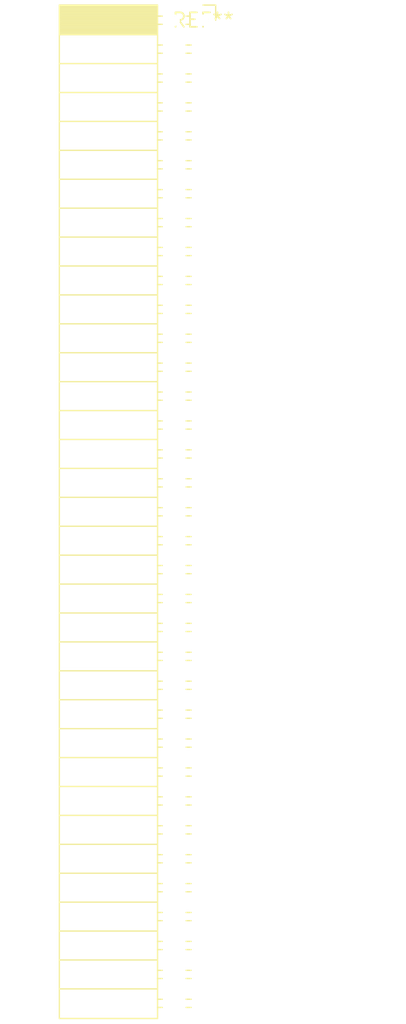
<source format=kicad_pcb>
(kicad_pcb (version 20240108) (generator pcbnew)
  (layers (0 "F.Cu" signal) (31 "B.Cu" signal) (34 "B.Paste" user) (35 "F.Paste" user) (36 "B.SilkS" user "B.Silkscreen") (37 "F.SilkS" user "F.Silkscreen") (38 "B.Mask" user) (39 "F.Mask" user) (44 "Edge.Cuts" user))
  (net 0 "")
  (footprint "PinSocket_2x35_P2.54mm_Horizontal" (layer "F.Cu") (at 0 0)
    (property "Reference" "REF**")
    (property "Value" "PinSocket_2x35_P2.54mm_Horizontal")
    (fp_line (start -12.63 -1.33) (end -12.63 87.69) (layer "F.SilkS") (stroke (width 0.12)))
    (fp_line (start -12.63 -1.33) (end -4 -1.33) (layer "F.SilkS") (stroke (width 0.12)))
    (fp_line (start -12.63 -1.21) (end -4 -1.21) (layer "F.SilkS") (stroke (width 0.12)))
    (fp_line (start -12.63 -1.091905) (end -4 -1.091905) (layer "F.SilkS") (stroke (width 0.12)))
    (fp_line (start -12.63 -0.97381) (end -4 -0.97381) (layer "F.SilkS") (stroke (width 0.12)))
    (fp_line (start -12.63 -0.855715) (end -4 -0.855715) (layer "F.SilkS") (stroke (width 0.12)))
    (fp_line (start -12.63 -0.73762) (end -4 -0.73762) (layer "F.SilkS") (stroke (width 0.12)))
    (fp_line (start -12.63 -0.619525) (end -4 -0.619525) (layer "F.SilkS") (stroke (width 0.12)))
    (fp_line (start -12.63 -0.50143) (end -4 -0.50143) (layer "F.SilkS") (stroke (width 0.12)))
    (fp_line (start -12.63 -0.383335) (end -4 -0.383335) (layer "F.SilkS") (stroke (width 0.12)))
    (fp_line (start -12.63 -0.26524) (end -4 -0.26524) (layer "F.SilkS") (stroke (width 0.12)))
    (fp_line (start -12.63 -0.147145) (end -4 -0.147145) (layer "F.SilkS") (stroke (width 0.12)))
    (fp_line (start -12.63 -0.02905) (end -4 -0.02905) (layer "F.SilkS") (stroke (width 0.12)))
    (fp_line (start -12.63 0.089045) (end -4 0.089045) (layer "F.SilkS") (stroke (width 0.12)))
    (fp_line (start -12.63 0.20714) (end -4 0.20714) (layer "F.SilkS") (stroke (width 0.12)))
    (fp_line (start -12.63 0.325235) (end -4 0.325235) (layer "F.SilkS") (stroke (width 0.12)))
    (fp_line (start -12.63 0.44333) (end -4 0.44333) (layer "F.SilkS") (stroke (width 0.12)))
    (fp_line (start -12.63 0.561425) (end -4 0.561425) (layer "F.SilkS") (stroke (width 0.12)))
    (fp_line (start -12.63 0.67952) (end -4 0.67952) (layer "F.SilkS") (stroke (width 0.12)))
    (fp_line (start -12.63 0.797615) (end -4 0.797615) (layer "F.SilkS") (stroke (width 0.12)))
    (fp_line (start -12.63 0.91571) (end -4 0.91571) (layer "F.SilkS") (stroke (width 0.12)))
    (fp_line (start -12.63 1.033805) (end -4 1.033805) (layer "F.SilkS") (stroke (width 0.12)))
    (fp_line (start -12.63 1.1519) (end -4 1.1519) (layer "F.SilkS") (stroke (width 0.12)))
    (fp_line (start -12.63 1.27) (end -4 1.27) (layer "F.SilkS") (stroke (width 0.12)))
    (fp_line (start -12.63 3.81) (end -4 3.81) (layer "F.SilkS") (stroke (width 0.12)))
    (fp_line (start -12.63 6.35) (end -4 6.35) (layer "F.SilkS") (stroke (width 0.12)))
    (fp_line (start -12.63 8.89) (end -4 8.89) (layer "F.SilkS") (stroke (width 0.12)))
    (fp_line (start -12.63 11.43) (end -4 11.43) (layer "F.SilkS") (stroke (width 0.12)))
    (fp_line (start -12.63 13.97) (end -4 13.97) (layer "F.SilkS") (stroke (width 0.12)))
    (fp_line (start -12.63 16.51) (end -4 16.51) (layer "F.SilkS") (stroke (width 0.12)))
    (fp_line (start -12.63 19.05) (end -4 19.05) (layer "F.SilkS") (stroke (width 0.12)))
    (fp_line (start -12.63 21.59) (end -4 21.59) (layer "F.SilkS") (stroke (width 0.12)))
    (fp_line (start -12.63 24.13) (end -4 24.13) (layer "F.SilkS") (stroke (width 0.12)))
    (fp_line (start -12.63 26.67) (end -4 26.67) (layer "F.SilkS") (stroke (width 0.12)))
    (fp_line (start -12.63 29.21) (end -4 29.21) (layer "F.SilkS") (stroke (width 0.12)))
    (fp_line (start -12.63 31.75) (end -4 31.75) (layer "F.SilkS") (stroke (width 0.12)))
    (fp_line (start -12.63 34.29) (end -4 34.29) (layer "F.SilkS") (stroke (width 0.12)))
    (fp_line (start -12.63 36.83) (end -4 36.83) (layer "F.SilkS") (stroke (width 0.12)))
    (fp_line (start -12.63 39.37) (end -4 39.37) (layer "F.SilkS") (stroke (width 0.12)))
    (fp_line (start -12.63 41.91) (end -4 41.91) (layer "F.SilkS") (stroke (width 0.12)))
    (fp_line (start -12.63 44.45) (end -4 44.45) (layer "F.SilkS") (stroke (width 0.12)))
    (fp_line (start -12.63 46.99) (end -4 46.99) (layer "F.SilkS") (stroke (width 0.12)))
    (fp_line (start -12.63 49.53) (end -4 49.53) (layer "F.SilkS") (stroke (width 0.12)))
    (fp_line (start -12.63 52.07) (end -4 52.07) (layer "F.SilkS") (stroke (width 0.12)))
    (fp_line (start -12.63 54.61) (end -4 54.61) (layer "F.SilkS") (stroke (width 0.12)))
    (fp_line (start -12.63 57.15) (end -4 57.15) (layer "F.SilkS") (stroke (width 0.12)))
    (fp_line (start -12.63 59.69) (end -4 59.69) (layer "F.SilkS") (stroke (width 0.12)))
    (fp_line (start -12.63 62.23) (end -4 62.23) (layer "F.SilkS") (stroke (width 0.12)))
    (fp_line (start -12.63 64.77) (end -4 64.77) (layer "F.SilkS") (stroke (width 0.12)))
    (fp_line (start -12.63 67.31) (end -4 67.31) (layer "F.SilkS") (stroke (width 0.12)))
    (fp_line (start -12.63 69.85) (end -4 69.85) (layer "F.SilkS") (stroke (width 0.12)))
    (fp_line (start -12.63 72.39) (end -4 72.39) (layer "F.SilkS") (stroke (width 0.12)))
    (fp_line (start -12.63 74.93) (end -4 74.93) (layer "F.SilkS") (stroke (width 0.12)))
    (fp_line (start -12.63 77.47) (end -4 77.47) (layer "F.SilkS") (stroke (width 0.12)))
    (fp_line (start -12.63 80.01) (end -4 80.01) (layer "F.SilkS") (stroke (width 0.12)))
    (fp_line (start -12.63 82.55) (end -4 82.55) (layer "F.SilkS") (stroke (width 0.12)))
    (fp_line (start -12.63 85.09) (end -4 85.09) (layer "F.SilkS") (stroke (width 0.12)))
    (fp_line (start -12.63 87.69) (end -4 87.69) (layer "F.SilkS") (stroke (width 0.12)))
    (fp_line (start -4 -1.33) (end -4 87.69) (layer "F.SilkS") (stroke (width 0.12)))
    (fp_line (start -4 -0.36) (end -3.59 -0.36) (layer "F.SilkS") (stroke (width 0.12)))
    (fp_line (start -4 0.36) (end -3.59 0.36) (layer "F.SilkS") (stroke (width 0.12)))
    (fp_line (start -4 2.18) (end -3.59 2.18) (layer "F.SilkS") (stroke (width 0.12)))
    (fp_line (start -4 2.9) (end -3.59 2.9) (layer "F.SilkS") (stroke (width 0.12)))
    (fp_line (start -4 4.72) (end -3.59 4.72) (layer "F.SilkS") (stroke (width 0.12)))
    (fp_line (start -4 5.44) (end -3.59 5.44) (layer "F.SilkS") (stroke (width 0.12)))
    (fp_line (start -4 7.26) (end -3.59 7.26) (layer "F.SilkS") (stroke (width 0.12)))
    (fp_line (start -4 7.98) (end -3.59 7.98) (layer "F.SilkS") (stroke (width 0.12)))
    (fp_line (start -4 9.8) (end -3.59 9.8) (layer "F.SilkS") (stroke (width 0.12)))
    (fp_line (start -4 10.52) (end -3.59 10.52) (layer "F.SilkS") (stroke (width 0.12)))
    (fp_line (start -4 12.34) (end -3.59 12.34) (layer "F.SilkS") (stroke (width 0.12)))
    (fp_line (start -4 13.06) (end -3.59 13.06) (layer "F.SilkS") (stroke (width 0.12)))
    (fp_line (start -4 14.88) (end -3.59 14.88) (layer "F.SilkS") (stroke (width 0.12)))
    (fp_line (start -4 15.6) (end -3.59 15.6) (layer "F.SilkS") (stroke (width 0.12)))
    (fp_line (start -4 17.42) (end -3.59 17.42) (layer "F.SilkS") (stroke (width 0.12)))
    (fp_line (start -4 18.14) (end -3.59 18.14) (layer "F.SilkS") (stroke (width 0.12)))
    (fp_line (start -4 19.96) (end -3.59 19.96) (layer "F.SilkS") (stroke (width 0.12)))
    (fp_line (start -4 20.68) (end -3.59 20.68) (layer "F.SilkS") (stroke (width 0.12)))
    (fp_line (start -4 22.5) (end -3.59 22.5) (layer "F.SilkS") (stroke (width 0.12)))
    (fp_line (start -4 23.22) (end -3.59 23.22) (layer "F.SilkS") (stroke (width 0.12)))
    (fp_line (start -4 25.04) (end -3.59 25.04) (layer "F.SilkS") (stroke (width 0.12)))
    (fp_line (start -4 25.76) (end -3.59 25.76) (layer "F.SilkS") (stroke (width 0.12)))
    (fp_line (start -4 27.58) (end -3.59 27.58) (layer "F.SilkS") (stroke (width 0.12)))
    (fp_line (start -4 28.3) (end -3.59 28.3) (layer "F.SilkS") (stroke (width 0.12)))
    (fp_line (start -4 30.12) (end -3.59 30.12) (layer "F.SilkS") (stroke (width 0.12)))
    (fp_line (start -4 30.84) (end -3.59 30.84) (layer "F.SilkS") (stroke (width 0.12)))
    (fp_line (start -4 32.66) (end -3.59 32.66) (layer "F.SilkS") (stroke (width 0.12)))
    (fp_line (start -4 33.38) (end -3.59 33.38) (layer "F.SilkS") (stroke (width 0.12)))
    (fp_line (start -4 35.2) (end -3.59 35.2) (layer "F.SilkS") (stroke (width 0.12)))
    (fp_line (start -4 35.92) (end -3.59 35.92) (layer "F.SilkS") (stroke (width 0.12)))
    (fp_line (start -4 37.74) (end -3.59 37.74) (layer "F.SilkS") (stroke (width 0.12)))
    (fp_line (start -4 38.46) (end -3.59 38.46) (layer "F.SilkS") (stroke (width 0.12)))
    (fp_line (start -4 40.28) (end -3.59 40.28) (layer "F.SilkS") (stroke (width 0.12)))
    (fp_line (start -4 41) (end -3.59 41) (layer "F.SilkS") (stroke (width 0.12)))
    (fp_line (start -4 42.82) (end -3.59 42.82) (layer "F.SilkS") (stroke (width 0.12)))
    (fp_line (start -4 43.54) (end -3.59 43.54) (layer "F.SilkS") (stroke (width 0.12)))
    (fp_line (start -4 45.36) (end -3.59 45.36) (layer "F.SilkS") (stroke (width 0.12)))
    (fp_line (start -4 46.08) (end -3.59 46.08) (layer "F.SilkS") (stroke (width 0.12)))
    (fp_line (start -4 47.9) (end -3.59 47.9) (layer "F.SilkS") (stroke (width 0.12)))
    (fp_line (start -4 48.62) (end -3.59 48.62) (layer "F.SilkS") (stroke (width 0.12)))
    (fp_line (start -4 50.44) (end -3.59 50.44) (layer "F.SilkS") (stroke (width 0.12)))
    (fp_line (start -4 51.16) (end -3.59 51.16) (layer "F.SilkS") (stroke (width 0.12)))
    (fp_line (start -4 52.98) (end -3.59 52.98) (layer "F.SilkS") (stroke (width 0.12)))
    (fp_line (start -4 53.7) (end -3.59 53.7) (layer "F.SilkS") (stroke (width 0.12)))
    (fp_line (start -4 55.52) (end -3.59 55.52) (layer "F.SilkS") (stroke (width 0.12)))
    (fp_line (start -4 56.24) (end -3.59 56.24) (layer "F.SilkS") (stroke (width 0.12)))
    (fp_line (start -4 58.06) (end -3.59 58.06) (layer "F.SilkS") (stroke (width 0.12)))
    (fp_line (start -4 58.78) (end -3.59 58.78) (layer "F.SilkS") (stroke (width 0.12)))
    (fp_line (start -4 60.6) (end -3.59 60.6) (layer "F.SilkS") (stroke (width 0.12)))
    (fp_line (start -4 61.32) (end -3.59 61.32) (layer "F.SilkS") (stroke (width 0.12)))
    (fp_line (start -4 63.14) (end -3.59 63.14) (layer "F.SilkS") (stroke (width 0.12)))
    (fp_line (start -4 63.86) (end -3.59 63.86) (layer "F.SilkS") (stroke (width 0.12)))
    (fp_line (start -4 65.68) (end -3.59 65.68) (layer "F.SilkS") (stroke (width 0.12)))
    (fp_line (start -4 66.4) (end -3.59 66.4) (layer "F.SilkS") (stroke (width 0.12)))
    (fp_line (start -4 68.22) (end -3.59 68.22) (layer "F.SilkS") (stroke (width 0.12)))
    (fp_line (start -4 68.94) (end -3.59 68.94) (layer "F.SilkS") (stroke (width 0.12)))
    (fp_line (start -4 70.76) (end -3.59 70.76) (layer "F.SilkS") (stroke (width 0.12)))
    (fp_line (start -4 71.48) (end -3.59 71.48) (layer "F.SilkS") (stroke (width 0.12)))
    (fp_line (start -4 73.3) (end -3.59 73.3) (layer "F.SilkS") (stroke (width 0.12)))
    (fp_line (start -4 74.02) (end -3.59 74.02) (layer "F.SilkS") (stroke (width 0.12)))
    (fp_line (start -4 75.84) (end -3.59 75.84) (layer "F.SilkS") (stroke (width 0.12)))
    (fp_line (start -4 76.56) (end -3.59 76.56) (layer "F.SilkS") (stroke (width 0.12)))
    (fp_line (start -4 78.38) (end -3.59 78.38) (layer "F.SilkS") (stroke (width 0.12)))
    (fp_line (start -4 79.1) (end -3.59 79.1) (layer "F.SilkS") (stroke (width 0.12)))
    (fp_line (start -4 80.92) (end -3.59 80.92) (layer "F.SilkS") (stroke (width 0.12)))
    (fp_line (start -4 81.64) (end -3.59 81.64) (layer "F.SilkS") (stroke (width 0.12)))
    (fp_line (start -4 83.46) (end -3.59 83.46) (layer "F.SilkS") (stroke (width 0.12)))
    (fp_line (start -4 84.18) (end -3.59 84.18) (layer "F.SilkS") (stroke (width 0.12)))
    (fp_line (start -4 86) (end -3.59 86) (layer "F.SilkS") (stroke (width 0.12)))
    (fp_line (start -4 86.72) (end -3.59 86.72) (layer "F.SilkS") (stroke (width 0.12)))
    (fp_line (start -1.49 -0.36) (end -1.11 -0.36) (layer "F.SilkS") (stroke (width 0.12)))
    (fp_line (start -1.49 0.36) (end -1.11 0.36) (layer "F.SilkS") (stroke (width 0.12)))
    (fp_line (start -1.49 2.18) (end -1.05 2.18) (layer "F.SilkS") (stroke (width 0.12)))
    (fp_line (start -1.49 2.9) (end -1.05 2.9) (layer "F.SilkS") (stroke (width 0.12)))
    (fp_line (start -1.49 4.72) (end -1.05 4.72) (layer "F.SilkS") (stroke (width 0.12)))
    (fp_line (start -1.49 5.44) (end -1.05 5.44) (layer "F.SilkS") (stroke (width 0.12)))
    (fp_line (start -1.49 7.26) (end -1.05 7.26) (layer "F.SilkS") (stroke (width 0.12)))
    (fp_line (start -1.49 7.98) (end -1.05 7.98) (layer "F.SilkS") (stroke (width 0.12)))
    (fp_line (start -1.49 9.8) (end -1.05 9.8) (layer "F.SilkS") (stroke (width 0.12)))
    (fp_line (start -1.49 10.52) (end -1.05 10.52) (layer "F.SilkS") (stroke (width 0.12)))
    (fp_line (start -1.49 12.34) (end -1.05 12.34) (layer "F.SilkS") (stroke (width 0.12)))
    (fp_line (start -1.49 13.06) (end -1.05 13.06) (layer "F.SilkS") (stroke (width 0.12)))
    (fp_line (start -1.49 14.88) (end -1.05 14.88) (layer "F.SilkS") (stroke (width 0.12)))
    (fp_line (start -1.49 15.6) (end -1.05 15.6) (layer "F.SilkS") (stroke (width 0.12)))
    (fp_line (start -1.49 17.42) (end -1.05 17.42) (layer "F.SilkS") (stroke (width 0.12)))
    (fp_line (start -1.49 18.14) (end -1.05 18.14) (layer "F.SilkS") (stroke (width 0.12)))
    (fp_line (start -1.49 19.96) (end -1.05 19.96) (layer "F.SilkS") (stroke (width 0.12)))
    (fp_line (start -1.49 20.68) (end -1.05 20.68) (layer "F.SilkS") (stroke (width 0.12)))
    (fp_line (start -1.49 22.5) (end -1.05 22.5) (layer "F.SilkS") (stroke (width 0.12)))
    (fp_line (start -1.49 23.22) (end -1.05 23.22) (layer "F.SilkS") (stroke (width 0.12)))
    (fp_line (start -1.49 25.04) (end -1.05 25.04) (layer "F.SilkS") (stroke (width 0.12)))
    (fp_line (start -1.49 25.76) (end -1.05 25.76) (layer "F.SilkS") (stroke (width 0.12)))
    (fp_line (start -1.49 27.58) (end -1.05 27.58) (layer "F.SilkS") (stroke (width 0.12)))
    (fp_line (start -1.49 28.3) (end -1.05 28.3) (layer "F.SilkS") (stroke (width 0.12)))
    (fp_line (start -1.49 30.12) (end -1.05 30.12) (layer "F.SilkS") (stroke (width 0.12)))
    (fp_line (start -1.49 30.84) (end -1.05 30.84) (layer "F.SilkS") (stroke (width 0.12)))
    (fp_line (start -1.49 32.66) (end -1.05 32.66) (layer "F.SilkS") (stroke (width 0.12)))
    (fp_line (start -1.49 33.38) (end -1.05 33.38) (layer "F.SilkS") (stroke (width 0.12)))
    (fp_line (start -1.49 35.2) (end -1.05 35.2) (layer "F.SilkS") (stroke (width 0.12)))
    (fp_line (start -1.49 35.92) (end -1.05 35.92) (layer "F.SilkS") (stroke (width 0.12)))
    (fp_line (start -1.49 37.74) (end -1.05 37.74) (layer "F.SilkS") (stroke (width 0.12)))
    (fp_line (start -1.49 38.46) (end -1.05 38.46) (layer "F.SilkS") (stroke (width 0.12)))
    (fp_line (start -1.49 40.28) (end -1.05 40.28) (layer "F.SilkS") (stroke (width 0.12)))
    (fp_line (start -1.49 41) (end -1.05 41) (layer "F.SilkS") (stroke (width 0.12)))
    (fp_line (start -1.49 42.82) (end -1.05 42.82) (layer "F.SilkS") (stroke (width 0.12)))
    (fp_line (start -1.49 43.54) (end -1.05 43.54) (layer "F.SilkS") (stroke (width 0.12)))
    (fp_line (start -1.49 45.36) (end -1.05 45.36) (layer "F.SilkS") (stroke (width 0.12)))
    (fp_line (start -1.49 46.08) (end -1.05 46.08) (layer "F.SilkS") (stroke (width 0.12)))
    (fp_line (start -1.49 47.9) (end -1.05 47.9) (layer "F.SilkS") (stroke (width 0.12)))
    (fp_line (start -1.49 48.62) (end -1.05 48.62) (layer "F.SilkS") (stroke (width 0.12)))
    (fp_line (start -1.49 50.44) (end -1.05 50.44) (layer "F.SilkS") (stroke (width 0.12)))
    (fp_line (start -1.49 51.16) (end -1.05 51.16) (layer "F.SilkS") (stroke (width 0.12)))
    (fp_line (start -1.49 52.98) (end -1.05 52.98) (layer "F.SilkS") (stroke (width 0.12)))
    (fp_line (start -1.49 53.7) (end -1.05 53.7) (layer "F.SilkS") (stroke (width 0.12)))
    (fp_line (start -1.49 55.52) (end -1.05 55.52) (layer "F.SilkS") (stroke (width 0.12)))
    (fp_line (start -1.49 56.24) (end -1.05 56.24) (layer "F.SilkS") (stroke (width 0.12)))
    (fp_line (start -1.49 58.06) (end -1.05 58.06) (layer "F.SilkS") (stroke (width 0.12)))
    (fp_line (start -1.49 58.78) (end -1.05 58.78) (layer "F.SilkS") (stroke (width 0.12)))
    (fp_line (start -1.49 60.6) (end -1.05 60.6) (layer "F.SilkS") (stroke (width 0.12)))
    (fp_line (start -1.49 61.32) (end -1.05 61.32) (layer "F.SilkS") (stroke (width 0.12)))
    (fp_line (start -1.49 63.14) (end -1.05 63.14) (layer "F.SilkS") (stroke (width 0.12)))
    (fp_line (start -1.49 63.86) (end -1.05 63.86) (layer "F.SilkS") (stroke (width 0.12)))
    (fp_line (start -1.49 65.68) (end -1.05 65.68) (layer "F.SilkS") (stroke (width 0.12)))
    (fp_line (start -1.49 66.4) (end -1.05 66.4) (layer "F.SilkS") (stroke (width 0.12)))
    (fp_line (start -1.49 68.22) (end -1.05 68.22) (layer "F.SilkS") (stroke (width 0.12)))
    (fp_line (start -1.49 68.94) (end -1.05 68.94) (layer "F.SilkS") (stroke (width 0.12)))
    (fp_line (start -1.49 70.76) (end -1.05 70.76) (layer "F.SilkS") (stroke (width 0.12)))
    (fp_line (start -1.49 71.48) (end -1.05 71.48) (layer "F.SilkS") (stroke (width 0.12)))
    (fp_line (start -1.49 73.3) (end -1.05 73.3) (layer "F.SilkS") (stroke (width 0.12)))
    (fp_line (start -1.49 74.02) (end -1.05 74.02) (layer "F.SilkS") (stroke (width 0.12)))
    (fp_line (start -1.49 75.84) (end -1.05 75.84) (layer "F.SilkS") (stroke (width 0.12)))
    (fp_line (start -1.49 76.56) (end -1.05 76.56) (layer "F.SilkS") (stroke (width 0.12)))
    (fp_line (start -1.49 78.38) (end -1.05 78.38) (layer "F.SilkS") (stroke (width 0.12)))
    (fp_line (start -1.49 79.1) (end -1.05 79.1) (layer "F.SilkS") (stroke (width 0.12)))
    (fp_line (start -1.49 80.92) (end -1.05 80.92) (layer "F.SilkS") (stroke (width 0.12)))
    (fp_line (start -1.49 81.64) (end -1.05 81.64) (layer "F.SilkS") (stroke (width 0.12)))
    (fp_line (start -1.49 83.46) (end -1.05 83.46) (layer "F.SilkS") (stroke (width 0.12)))
    (fp_line (start -1.49 84.18) (end -1.05 84.18) (layer "F.SilkS") (stroke (width 0.12)))
    (fp_line (start -1.49 86) (end -1.05 86) (layer "F.SilkS") (stroke (width 0.12)))
    (fp_line (start -1.49 86.72) (end -1.05 86.72) (layer "F.SilkS") (stroke (width 0.12)))
    (fp_line (start 0 -1.33) (end 1.11 -1.33) (layer "F.SilkS") (stroke (width 0.12)))
    (fp_line (start 1.11 -1.33) (end 1.11 0) (layer "F.SilkS") (stroke (width 0.12)))
    (pad "1" thru_hole rect (at 0 0) (size 1.7 1.7) (drill 1) (layers *.Cu *.Mask) (remove_unused_layers))
    (pad "2" thru_hole oval (at -2.54 0) (size 1.7 1.7) (drill 1) (layers *.Cu *.Mask) (remove_unused_layers))
    (pad "3" thru_hole oval (at 0 2.54) (size 1.7 1.7) (drill 1) (layers *.Cu *.Mask) (remove_unused_layers))
    (pad "4" thru_hole oval (at -2.54 2.54) (size 1.7 1.7) (drill 1) (layers *.Cu *.Mask) (remove_unused_layers))
    (pad "5" thru_hole oval (at 0 5.08) (size 1.7 1.7) (drill 1) (layers *.Cu *.Mask) (remove_unused_layers))
    (pad "6" thru_hole oval (at -2.54 5.08) (size 1.7 1.7) (drill 1) (layers *.Cu *.Mask) (remove_unused_layers))
    (pad "7" thru_hole oval (at 0 7.62) (size 1.7 1.7) (drill 1) (layers *.Cu *.Mask) (remove_unused_layers))
    (pad "8" thru_hole oval (at -2.54 7.62) (size 1.7 1.7) (drill 1) (layers *.Cu *.Mask) (remove_unused_layers))
    (pad "9" thru_hole oval (at 0 10.16) (size 1.7 1.7) (drill 1) (layers *.Cu *.Mask) (remove_unused_layers))
    (pad "10" thru_hole oval (at -2.54 10.16) (size 1.7 1.7) (drill 1) (layers *.Cu *.Mask) (remove_unused_layers))
    (pad "11" thru_hole oval (at 0 12.7) (size 1.7 1.7) (drill 1) (layers *.Cu *.Mask) (remove_unused_layers))
    (pad "12" thru_hole oval (at -2.54 12.7) (size 1.7 1.7) (drill 1) (layers *.Cu *.Mask) (remove_unused_layers))
    (pad "13" thru_hole oval (at 0 15.24) (size 1.7 1.7) (drill 1) (layers *.Cu *.Mask) (remove_unused_layers))
    (pad "14" thru_hole oval (at -2.54 15.24) (size 1.7 1.7) (drill 1) (layers *.Cu *.Mask) (remove_unused_layers))
    (pad "15" thru_hole oval (at 0 17.78) (size 1.7 1.7) (drill 1) (layers *.Cu *.Mask) (remove_unused_layers))
    (pad "16" thru_hole oval (at -2.54 17.78) (size 1.7 1.7) (drill 1) (layers *.Cu *.Mask) (remove_unused_layers))
    (pad "17" thru_hole oval (at 0 20.32) (size 1.7 1.7) (drill 1) (layers *.Cu *.Mask) (remove_unused_layers))
    (pad "18" thru_hole oval (at -2.54 20.32) (size 1.7 1.7) (drill 1) (layers *.Cu *.Mask) (remove_unused_layers))
    (pad "19" thru_hole oval (at 0 22.86) (size 1.7 1.7) (drill 1) (layers *.Cu *.Mask) (remove_unused_layers))
    (pad "20" thru_hole oval (at -2.54 22.86) (size 1.7 1.7) (drill 1) (layers *.Cu *.Mask) (remove_unused_layers))
    (pad "21" thru_hole oval (at 0 25.4) (size 1.7 1.7) (drill 1) (layers *.Cu *.Mask) (remove_unused_layers))
    (pad "22" thru_hole oval (at -2.54 25.4) (size 1.7 1.7) (drill 1) (layers *.Cu *.Mask) (remove_unused_layers))
    (pad "23" thru_hole oval (at 0 27.94) (size 1.7 1.7) (drill 1) (layers *.Cu *.Mask) (remove_unused_layers))
    (pad "24" thru_hole oval (at -2.54 27.94) (size 1.7 1.7) (drill 1) (layers *.Cu *.Mask) (remove_unused_layers))
    (pad "25" thru_hole oval (at 0 30.48) (size 1.7 1.7) (drill 1) (layers *.Cu *.Mask) (remove_unused_layers))
    (pad "26" thru_hole oval (at -2.54 30.48) (size 1.7 1.7) (drill 1) (layers *.Cu *.Mask) (remove_unused_layers))
    (pad "27" thru_hole oval (at 0 33.02) (size 1.7 1.7) (drill 1) (layers *.Cu *.Mask) (remove_unused_layers))
    (pad "28" thru_hole oval (at -2.54 33.02) (size 1.7 1.7) (drill 1) (layers *.Cu *.Mask) (remove_unused_layers))
    (pad "29" thru_hole oval (at 0 35.56) (size 1.7 1.7) (drill 1) (layers *.Cu *.Mask) (remove_unused_layers))
    (pad "30" thru_hole oval (at -2.54 35.56) (size 1.7 1.7) (drill 1) (layers *.Cu *.Mask) (remove_unused_layers))
    (pad "31" thru_hole oval (at 0 38.1) (size 1.7 1.7) (drill 1) (layers *.Cu *.Mask) (remove_unused_layers))
    (pad "32" thru_hole oval (at -2.54 38.1) (size 1.7 1.7) (drill 1) (layers *.Cu *.Mask) (remove_unused_layers))
    (pad "33" thru_hole oval (at 0 40.64) (size 1.7 1.7) (drill 1) (layers *.Cu *.Mask) (remove_unused_layers))
    (pad "34" thru_hole oval (at -2.54 40.64) (size 1.7 1.7) (drill 1) (layers *.Cu *.Mask) (remove_unused_layers))
    (pad "35" thru_hole oval (at 0 43.18) (size 1.7 1.7) (drill 1) (layers *.Cu *.Mask) (remove_unused_layers))
    (pad "36" thru_hole oval (at -2.54 43.18) (size 1.7 1.7) (drill 1) (layers *.Cu *.Mask) (remove_unused_layers))
    (pad "37" thru_hole oval (at 0 45.72) (size 1.7 1.7) (drill 1) (layers *.Cu *.Mask) (remove_unused_layers))
    (pad "38" thru_hole oval (at -2.54 45.72) (size 1.7 1.7) (drill 1) (layers *.Cu *.Mask) (remove_unused_layers))
    (pad "39" thru_hole oval (at 0 48.26) (size 1.7 1.7) (drill 1) (layers *.Cu *.Mask) (remove_unused_layers))
    (pad "40" thru_hole oval (at -2.54 48.26) (size 1.7 1.7) (drill 1) (layers *.Cu *.Mask) (remove_unused_layers))
    (pad "41" thru_hole oval (at 0 50.8) (size 1.7 1.7) (drill 1) (layers *.Cu *.Mask) (remove_unused_layers))
    (pad "42" thru_hole oval (at -2.54 50.8) (size 1.7 1.7) (drill 1) (layers *.Cu *.Mask) (remove_unused_layers))
    (pad "43" thru_hole oval (at 0 53.34) (size 1.7 1.7) (drill 1) (layers *.Cu *.Mask) (remove_unused_layers))
    (pad "44" thru_hole oval (at -2.54 53.34) (size 1.7 1.7) (drill 1) (layers *.Cu *.Mask) (remove_unused_layers))
    (pad "45" thru_hole oval (at 0 55.88) (size 1.7 1.7) (drill 1) (layers *.Cu *.Mask) (remove_unused_layers))
    (pad "46" thru_hole oval (at -2.54 55.88) (size 1.7 1.7) (drill 1) (layers *.Cu *.Mask) (remove_unused_layers))
    (pad "47" thru_hole oval (at 0 58.42) (size 1.7 1.7) (drill 1) (layers *.Cu *.Mask) (remove_unused_layers))
    (pad "48" thru_hole oval (at -2.54 58.42) (size 1.7 1.7) (drill 1) (layers *.Cu *.Mask) (remove_unused_layers))
    (pad "49" thru_hole oval (at 0 60.96) (size 1.7 1.7) (drill 1) (layers *.Cu *.Mask) (remove_unused_layers))
    (pad "50" thru_hole oval (at -2.54 60.96) (size 1.7 1.7) (drill 1) (layers *.Cu *.Mask) (remove_unused_layers))
    (pad "51" thru_hole oval (at 0 63.5) (size 1.7 1.7) (drill 1) (layers *.Cu *.Mask) (remove_unused_layers))
    (pad "52" thru_hole oval (at -2.54 63.5) (size 1.7 1.7) (drill 1) (layers *.Cu *.Mask) (remove_unused_layers))
    (pad "53" thru_hole oval (at 0 66.04) (size 1.7 1.7) (drill 1) (layers *.Cu *.Mask) (remove_unused_layers))
    (pad "54" thru_hole oval (at -2.54 66.04) (size 1.7 1.7) (drill 1) (layers *.Cu *.Mask) (remove_unused_layers))
    (pad "55" thru_hole oval (at 0 68.58) (size 1.7 1.7) (drill 1) (layers *.Cu *.Mask) (remove_unused_layers))
    (pad "56" thru_hole oval (at -2.54 68.58) (size 1.7 1.7) (drill 1) (layers *.Cu *.Mask) (remove_unused_layers))
    (pad "57" thru_hole oval (at 0 71.12) (size 1.7 1.7) (drill 1) (layers *.Cu *.Mask) (remove_unused_layers))
    (pad "58" thru_hole oval (at -2.54 71.12) (size 1.7 1.7) (drill 1) (layers *.Cu *.Mask) (remove_unused_layers))
    (pad "59" thru_hole oval (at 0 73.66) (size 1.7 1.7) (drill 1) (layers *.Cu *.Mask) (remove_unused_layers))
    (pad "60" thru_hole oval (at -2.54 73.66) (size 1.7 1.7) (drill 1) (layers *.Cu *.Mask) (remove_unused_layers))
    (pad "61" thru_hole oval (at 0 76.2) (size 1.7 1.7) (drill 1) (layers *.Cu *.Mask) (remove_unused_layers))
    (pad "62" thru_hole oval (at -2.54 76.2) (size 1.7 1.7) (drill 1) (layers *.Cu *.Mask) (remove_unused_layers))
    (pad "63" thru_hole oval (at 0 78.74) (size 1.7 1.7) (drill 1) (layers *.Cu *.Mask) (remove_unused_layers))
    (pad "64" thru_hole oval (at -2.54 78.74) (size 1.7 1.7) (drill 1) (layers *.Cu *.Mask) (remove_unused_layers))
    (pad "65" thru_hole oval (at 0 81.28) (size 1.7 1.7) (drill 1) (layers *.Cu *.Mask) (remove_unused_layers))
    (pad "66" thru_hole oval (at -2.54 81.28) (size 1.7 1.7) (drill 1) (layers *.Cu *.Mask) (remove_unused_layers))
    (pad "67" thru_hole oval (at 0 83.82) (size 1.7 1.7) (drill 1) (layers *.Cu *.Mask) (remove_unused_layers))
    (pad "68" thru_hole oval (at -2.54 83.82) (size 1.7 1.7) (drill 1) (layers *.Cu *.Mask) (remove_unused_layers))
    (pad "69" thru_hole oval (at 0 86.36) (size 1.7 1.7) (drill 1) (layers *.Cu *.Mask) (remove_unused_layers))
    (pad "70" thru_hole oval (at -2.54 86.36) (size 1.7 1.7) (drill 1) (layers *.Cu *.Mask) (remove_unused_layers))
  )
)
</source>
